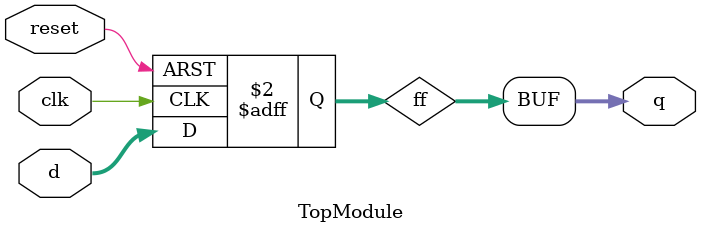
<source format=sv>
module TopModule (
    input logic clk,
    input logic reset,
    input logic [7:0] d,
    output logic [7:0] q
);

    // Internal storage for the flip-flops
    logic [7:0] ff;

    // Always block for D flip-flops triggered by negative edge
    always_ff @(negedge clk or posedge reset) begin
        if (reset) begin
            ff <= 8'h34; // Reset to 0x34 on active high reset
        end else begin
            ff <= d; // Capture input on the negative edge of clk
        end
    end
    
    // Assigning the output
    assign q = ff;

endmodule


</source>
